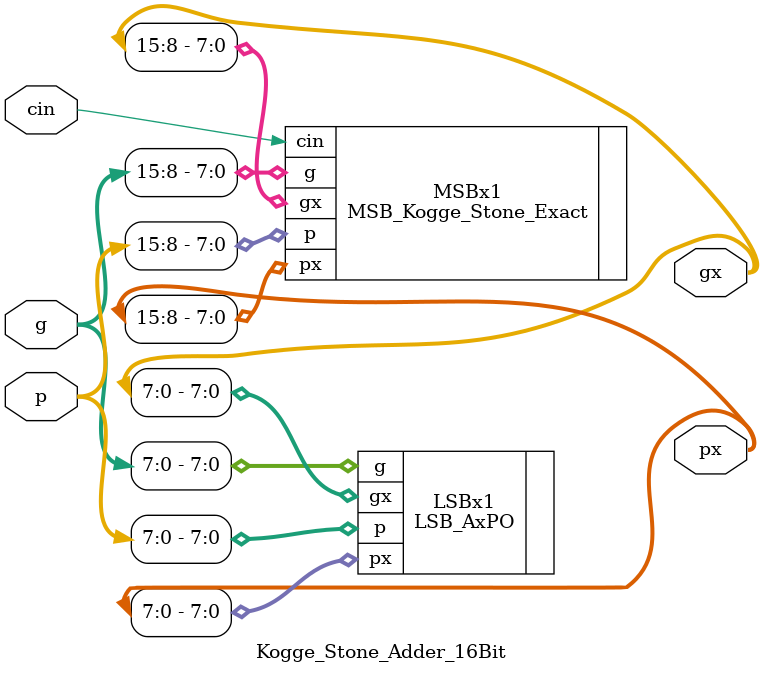
<source format=v>

`timescale 1 ns / 1 ps

module Kogge_Stone_Adder_16Bit (
	input               cin,
	input       [15:0]  p,
	input       [15:0]  g,
	output wire [15:0]  gx,
	output wire [15:0]  px
);

LSB_AxPO LSBx1 (
	.p                 (p[7:0]),
	.g                 (g[7:0]),
	.px                (px[7:0]),
	.gx                (gx[7:0])
);

MSB_Kogge_Stone_Exact MSBx1 (
	.cin               (cin),
	.p                 (p[15:8]),
	.g                 (g[15:8]),
	.gx                (gx[15:8]),
	.px                (px[15:8])
);

endmodule


</source>
